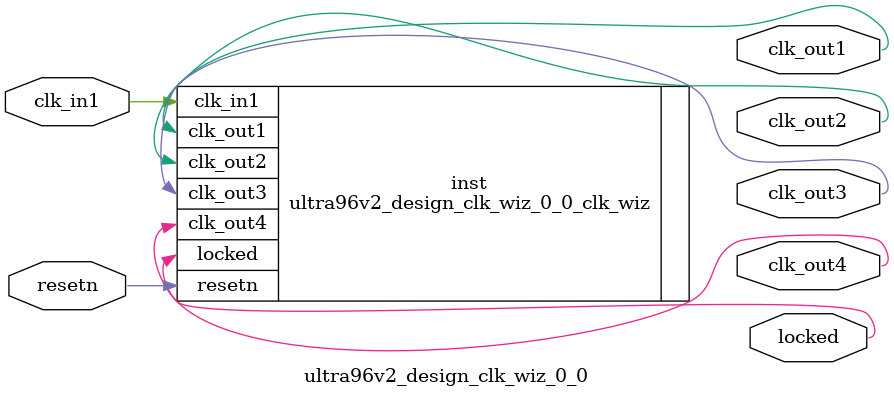
<source format=v>


`timescale 1ps/1ps

(* CORE_GENERATION_INFO = "ultra96v2_design_clk_wiz_0_0,clk_wiz_v6_0_5_0_0,{component_name=ultra96v2_design_clk_wiz_0_0,use_phase_alignment=false,use_min_o_jitter=false,use_max_i_jitter=false,use_dyn_phase_shift=false,use_inclk_switchover=false,use_dyn_reconfig=false,enable_axi=0,feedback_source=FDBK_AUTO,PRIMITIVE=MMCM,num_out_clk=4,clkin1_period=10.000,clkin2_period=10.000,use_power_down=false,use_reset=true,use_locked=true,use_inclk_stopped=false,feedback_type=SINGLE,CLOCK_MGR_TYPE=NA,manual_override=false}" *)

module ultra96v2_design_clk_wiz_0_0 
 (
  // Clock out ports
  output        clk_out1,
  output        clk_out2,
  output        clk_out3,
  output        clk_out4,
  // Status and control signals
  input         resetn,
  output        locked,
 // Clock in ports
  input         clk_in1
 );

  ultra96v2_design_clk_wiz_0_0_clk_wiz inst
  (
  // Clock out ports  
  .clk_out1(clk_out1),
  .clk_out2(clk_out2),
  .clk_out3(clk_out3),
  .clk_out4(clk_out4),
  // Status and control signals               
  .resetn(resetn), 
  .locked(locked),
 // Clock in ports
  .clk_in1(clk_in1)
  );

endmodule

</source>
